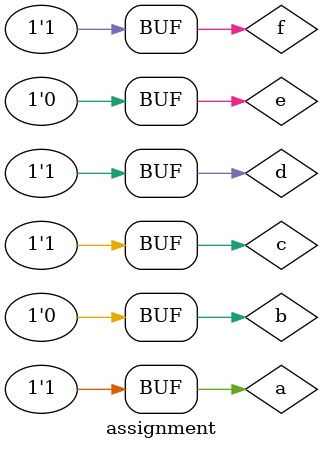
<source format=sv>
module assignment;

   logic a, b, c, d, e, f;

   initial begin
      a = #10 1'b1; // a postaje 1 u vremenu 10
      b = #20 1'b0; // b postaje 0 u vremenu 30
      c = #40 1'b1; // c postaje 1 u vremenu 70
   end

   initial begin
      d <= #10 1'b1; // d postaje 1 u vremenu 10
      e <= #20 1'b0; // e postaje 0 u vremenu 20
      f <= #40 1'b1; // f postaje 1 u vremenu 40
   end

   always @(a, b, c, d, e, f) begin
      $display("Vreme %0t:", $time);
      $write("\ta = %0d,", a);
      $write("\tb = %0d,", b);
      $write("\tc = %0d,", c);
      $write("\td = %0d,", d);
      $write("\te = %0d,", e);
      $write("\tf = %0d\n", f);
   end

   // Rezultat izvrsavanja:
   //
   // Vreme 10:
   //   a = 1,	b = x,	c = x,	d = x,	e = x,	f = x
   // Vreme 10:
   // 	a = 1,	b = x,	c = x,	d = 1,	e = x,	f = x
   // Vreme 20:
   // 	a = 1,	b = x,	c = x,	d = 1,	e = 0,	f = x
   // Vreme 30:
   // 	a = 1,	b = 0,	c = x,	d = 1,	e = 0,	f = x
   // Vreme 40:
   // 	a = 1,	b = 0,	c = x,	d = 1,	e = 0,	f = 1
   // Vreme 70:
   // 	a = 1,	b = 0,	c = 1,	d = 1,	e = 0,	f = 1

endmodule : assignment

</source>
